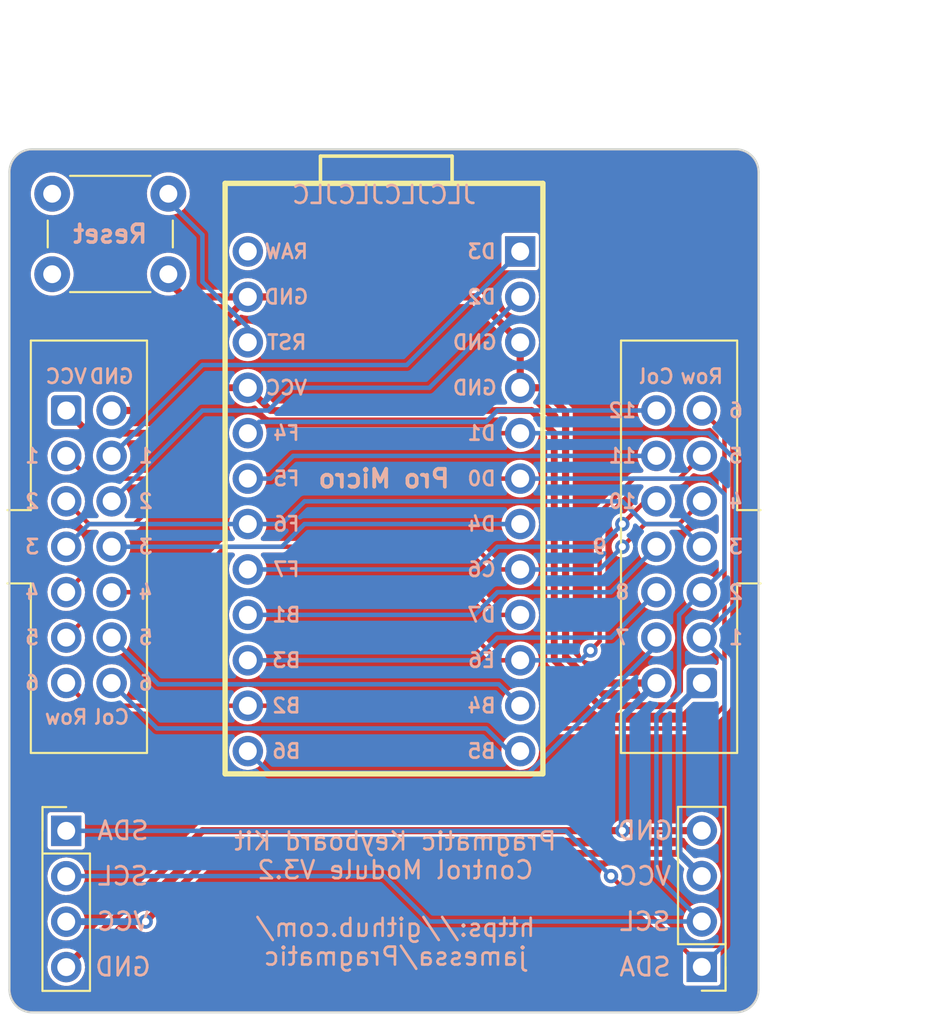
<source format=kicad_pcb>
(kicad_pcb (version 20211014) (generator pcbnew)
  (title_block (title "Pragmatic Kit - Control Module") (date "2022-06-18") (rev "V3.2") (company "James Sa") (comment 1 "Reverse Pro Micro"))
  (layers (0 "F.Cu" signal) (31 "B.Cu" signal) (34 "B.Paste" user) (35 "F.Paste" user) (36 "B.SilkS" user "B.Silkscreen") (37 "F.SilkS" user "F.Silkscreen") (38 "B.Mask" user) (39 "F.Mask" user) (44 "Edge.Cuts" user))
  (net 0 "")
  (net 1 "Row1")
  (net 2 "Col1")
  (net 3 "VCC")
  (net 4 "Col9")
  (net 5 "Col8")
  (net 6 "Col7")
  (net 7 "Row3")
  (net 8 "Row5")
  (net 9 "Row6")
  (net 10 "Row4")
  (net 11 "Col6")
  (net 12 "Col5")
  (net 13 "Col4")
  (net 14 "Col3")
  (net 15 "Col2")
  (net 16 "Row2")
  (net 17 "Reset")
  (net 18 "Col12")
  (net 19 "Col11")
  (net 20 "Col10")
  (net 21 "GND")
  (footprint "Connector_IDC:IDC-Header_2x07_P2.54mm_Vertical" (layer "F.Cu") (at 121.92 62.23)
    (fp_text reference "J1")
    (fp_text value "L" hide)
  )
  (footprint "Connector_IDC:IDC-Header_2x07_P2.54mm_Vertical" (layer "F.Cu") (at 157.48 77.47 180)
    (fp_text reference "J2")
    (fp_text value "R" hide)
  )
  (footprint "Button_Switch_THT:SW_PUSH_6mm" (layer "F.Cu") (at 121.135 50.11)
    (fp_text reference "SW1" hide)
    (fp_text value "SW_Push")
  )
  (footprint "keyboards:OSHW-Logo2_7.3x6mm_Copper" (layer "F.Cu") (at 154.94 52.07)
    (fp_text reference "Logo1" hide)
    (fp_text value "OSHW-Logo2_7.3x6mm_Copper" hide)
  )
  (footprint "Keyboard_JSA:JLC Legend" (layer "F.Cu") (at 139.7 46.99)
    (fp_text reference "L1" hide)
    (fp_text value "JLC Legend" hide)
  )
  (footprint "Keyboard_JSA:SSD1306_OLED-0.91-128x32" (layer "F.Cu") (at 121.92 85.735)
    (fp_text reference "J3" hide)
    (fp_text value "OLED")
  )
  (footprint "Keyboard_JSA:SSD1306_OLED-0.91-128x32" (layer "F.Cu") (at 157.48 93.345 180)
    (fp_text reference "J4" hide)
    (fp_text value "OLED")
  )
  (footprint "Keyboard_JSA:ProMicro Reversed" (layer "B.Cu") (at 139.7 66.04 180)
    (fp_text reference "U1" hide)
    (fp_text value "ProMicro" hide)
  )
  (gr_line (start 159.385 95.885) (end 120.015 95.885) (layer "Edge.Cuts") (width 0.12))
  (gr_line (start 118.745 94.615) (end 118.745 48.895) (layer "Edge.Cuts") (width 0.12))
  (gr_arc (start 159.385 47.625) (mid 160.283026 47.996974) (end 160.655 48.895) (layer "Edge.Cuts") (width 0.12))
  (gr_arc (start 120.015 95.885) (mid 119.116974 95.513026) (end 118.745 94.615) (layer "Edge.Cuts") (width 0.12))
  (gr_arc (start 160.655 94.615) (mid 160.283026 95.513026) (end 159.385 95.885) (layer "Edge.Cuts") (width 0.12))
  (gr_arc (start 118.745 48.895) (mid 119.116974 47.996974) (end 120.015 47.625) (layer "Edge.Cuts") (width 0.12))
  (gr_line (start 120.015 47.625) (end 159.385 47.625) (layer "Edge.Cuts") (width 0.12))
  (gr_line (start 160.655 48.895) (end 160.655 94.615) (layer "Edge.Cuts") (width 0.12))
  (gr_text "10" (at 153.035 67.31) (layer "B.SilkS") (effects (font (size 0.8 0.8)) (justify mirror)))
  (gr_text "6" (at 126.365 77.47) (layer "B.SilkS") (effects (font (size 0.8 0.8)) (justify mirror)))
  (gr_text "4" (at 120.015 72.39) (layer "B.SilkS") (effects (font (size 0.8 0.8)) (justify mirror)))
  (gr_text "Col" (at 154.94 60.325) (layer "B.SilkS") (effects (font (size 0.8 0.8)) (justify mirror)))
  (gr_text "1" (at 159.385 74.93) (layer "B.SilkS") (effects (font (size 0.8 0.8)) (justify mirror)))
  (gr_text "3" (at 120.015 69.85) (layer "B.SilkS") (effects (font (size 0.8 0.8)) (justify mirror)))
  (gr_text "GND" (at 154.305 85.725) (layer "B.SilkS") (effects (font (size 1.016 1.016) (thickness 0.1524)) (justify mirror)))
  (gr_text "GND" (at 124.46 60.325) (layer "B.SilkS") (effects (font (size 0.8 0.8)) (justify mirror)))
  (gr_text "SDA" (at 125.095 85.725) (layer "B.SilkS") (effects (font (size 1.016 1.016) (thickness 0.1524)) (justify mirror)))
  (gr_text "VCC" (at 125.095 90.805) (layer "B.SilkS") (effects (font (size 1.016 1.016) (thickness 0.1524)) (justify mirror)))
  (gr_text "6" (at 159.385 62.23) (layer "B.SilkS") (effects (font (size 0.8 0.8)) (justify mirror)))
  (gr_text "12" (at 153.035 62.23) (layer "B.SilkS") (effects (font (size 0.8 0.8)) (justify mirror)))
  (gr_text "Row" (at 157.48 60.325) (layer "B.SilkS") (effects (font (size 0.8 0.8)) (justify mirror)))
  (gr_text "5" (at 159.385 64.77) (layer "B.SilkS") (effects (font (size 0.8 0.8)) (justify mirror)))
  (gr_text "3" (at 159.385 69.85) (layer "B.SilkS") (effects (font (size 0.8 0.8)) (justify mirror)))
  (gr_text "2" (at 120.015 67.31) (layer "B.SilkS") (effects (font (size 0.8 0.8)) (justify mirror)))
  (gr_text "SCL" (at 125.095 88.265) (layer "B.SilkS") (effects (font (size 1.016 1.016) (thickness 0.1524)) (justify mirror)))
  (gr_text "VCC" (at 121.92 60.325) (layer "B.SilkS") (effects (font (size 0.8 0.8)) (justify mirror)))
  (gr_text "8" (at 153.035 72.39) (layer "B.SilkS") (effects (font (size 0.8 0.8)) (justify mirror)))
  (gr_text "SCL" (at 154.305 90.805) (layer "B.SilkS") (effects (font (size 1.016 1.016) (thickness 0.1524)) (justify mirror)))
  (gr_text "5" (at 120.015 74.93) (layer "B.SilkS") (effects (font (size 0.8 0.8)) (justify mirror)))
  (gr_text "5" (at 126.365 74.93) (layer "B.SilkS") (effects (font (size 0.8 0.8)) (justify mirror)))
  (gr_text "11" (at 153.035 64.77) (layer "B.SilkS") (effects (font (size 0.8 0.8)) (justify mirror)))
  (gr_text "VCC" (at 154.305 88.265) (layer "B.SilkS") (effects (font (size 1.016 1.016) (thickness 0.1524)) (justify mirror)))
  (gr_text "2" (at 126.365 67.31) (layer "B.SilkS") (effects (font (size 0.8 0.8)) (justify mirror)))
  (gr_text "9" (at 151.765 69.85) (layer "B.SilkS") (effects (font (size 0.8 0.8)) (justify mirror)))
  (gr_text "3" (at 126.365 69.85) (layer "B.SilkS") (effects (font (size 0.8 0.8)) (justify mirror)))
  (gr_text "6" (at 120.015 77.47) (layer "B.SilkS") (effects (font (size 0.8 0.8)) (justify mirror)))
  (gr_text "Pragmatic Keyboard Kit\nControl Module V3.2\n\nhttps://github.com/\njamessa/Pragmatic" (at 140.335 89.535) (layer "B.SilkS") (effects (font (size 1 1)) (justify mirror)))
  (gr_text "GND" (at 125.095 93.345) (layer "B.SilkS") (effects (font (size 1.016 1.016) (thickness 0.1524)) (justify mirror)))
  (gr_text "1" (at 120.015 64.77) (layer "B.SilkS") (effects (font (size 0.8 0.8)) (justify mirror)))
  (gr_text "2" (at 159.385 72.39) (layer "B.SilkS") (effects (font (size 0.8 0.8)) (justify mirror)))
  (gr_text "1" (at 126.365 64.77) (layer "B.SilkS") (effects (font (size 0.8 0.8)) (justify mirror)))
  (gr_text "4" (at 126.365 72.39) (layer "B.SilkS") (effects (font (size 0.8 0.8)) (justify mirror)))
  (gr_text "4" (at 159.385 67.31) (layer "B.SilkS") (effects (font (size 0.8 0.8)) (justify mirror)))
  (gr_text "SDA" (at 154.305 93.345) (layer "B.SilkS") (effects (font (size 1.016 1.016) (thickness 0.1524)) (justify mirror)))
  (gr_text "Col" (at 124.46 79.375) (layer "B.SilkS") (effects (font (size 0.8 0.8)) (justify mirror)))
  (gr_text "7" (at 153.035 74.93) (layer "B.SilkS") (effects (font (size 0.8 0.8)) (justify mirror)))
  (gr_text "Row" (at 121.92 79.375) (layer "B.SilkS") (effects (font (size 0.8 0.8)) (justify mirror)))
  (segment (start 123.19 66.04) (end 121.92 64.77) (width 0.25) (layer "F.Cu") (net 1))
  (segment (start 157.48 93.345) (end 152.4 88.265) (width 0.25) (layer "F.Cu") (net 1))
  (segment (start 133.35 64.77) (end 128.27 64.77) (width 0.25) (layer "F.Cu") (net 1))
  (segment (start 128.27 64.77) (end 127 66.04) (width 0.25) (layer "F.Cu") (net 1))
  (segment (start 147.32 63.5) (end 134.62 63.5) (width 0.25) (layer "F.Cu") (net 1))
  (segment (start 127 66.04) (end 123.19 66.04) (width 0.25) (layer "F.Cu") (net 1))
  (segment (start 134.62 63.5) (end 133.35 64.77) (width 0.25) (layer "F.Cu") (net 1))
  (via (at 152.4 88.265) (size 0.8) (drill 0.4) (layers "F.Cu" "B.Cu") (net 1))
  (segment (start 147.32 63.5) (end 157.87101 63.5) (width 0.25) (layer "B.Cu") (net 1))
  (segment (start 158.75 76.2) (end 158.75 92.075) (width 0.25) (layer "B.Cu") (net 1))
  (segment (start 158.75 92.075) (end 157.48 93.345) (width 0.25) (layer "B.Cu") (net 1))
  (segment (start 159.385 73.025) (end 157.48 74.93) (width 0.25) (layer "B.Cu") (net 1))
  (segment (start 121.92 85.735) (end 149.87 85.735) (width 0.25) (layer "B.Cu") (net 1))
  (segment (start 157.87101 63.5) (end 159.385 65.01399) (width 0.25) (layer "B.Cu") (net 1))
  (segment (start 157.48 74.93) (end 158.75 76.2) (width 0.25) (layer "B.Cu") (net 1))
  (segment (start 159.385 65.01399) (end 159.385 73.025) (width 0.25) (layer "B.Cu") (net 1))
  (segment (start 149.87 85.735) (end 152.4 88.265) (width 0.25) (layer "B.Cu") (net 1))
  (segment (start 140.97 59.69) (end 129.54 59.69) (width 0.25) (layer "B.Cu") (net 2))
  (segment (start 147.32 53.34) (end 140.97 59.69) (width 0.25) (layer "B.Cu") (net 2))
  (segment (start 129.54 59.69) (end 124.46 64.77) (width 0.25) (layer "B.Cu") (net 2))
  (segment (start 123.19 63.5) (end 127 63.5) (width 0.381) (layer "F.Cu") (net 3))
  (segment (start 151.765 78.74) (end 156.21 78.74) (width 0.381) (layer "F.Cu") (net 3))
  (segment (start 149.225 76.2) (end 151.765 78.74) (width 0.381) (layer "F.Cu") (net 3))
  (segment (start 133.35 62.23) (end 147.955 62.23) (width 0.381) (layer "F.Cu") (net 3))
  (segment (start 132.08 60.96) (end 133.35 62.23) (width 0.381) (layer "F.Cu") (net 3))
  (segment (start 129.54 60.96) (end 132.08 60.96) (width 0.381) (layer "F.Cu") (net 3))
  (segment (start 157.48 88.265) (end 156.21 86.995) (width 0.381) (layer "F.Cu") (net 3))
  (segment (start 130.175 86.995) (end 126.365 90.805) (width 0.381) (layer "F.Cu") (net 3))
  (segment (start 127 63.5) (end 129.54 60.96) (width 0.381) (layer "F.Cu") (net 3))
  (segment (start 156.21 78.74) (end 157.48 77.47) (width 0.381) (layer "F.Cu") (net 3))
  (segment (start 149.225 63.5) (end 149.225 76.2) (width 0.381) (layer "F.Cu") (net 3))
  (segment (start 121.92 62.23) (end 123.19 63.5) (width 0.381) (layer "F.Cu") (net 3))
  (segment (start 147.955 62.23) (end 149.225 63.5) (width 0.381) (layer "F.Cu") (net 3))
  (segment (start 156.21 86.995) (end 130.175 86.995) (width 0.381) (layer "F.Cu") (net 3))
  (via (at 126.365 90.805) (size 0.8) (drill 0.4) (layers "F.Cu" "B.Cu") (net 3))
  (segment (start 121.92 90.815) (end 126.355 90.815) (width 0.381) (layer "B.Cu") (net 3))
  (segment (start 157.48 77.47) (end 156.21 78.74) (width 0.381) (layer "B.Cu") (net 3))
  (segment (start 156.21 86.995) (end 157.48 88.265) (width 0.381) (layer "B.Cu") (net 3))
  (segment (start 126.355 90.815) (end 126.365 90.805) (width 0.381) (layer "B.Cu") (net 3))
  (segment (start 156.21 78.74) (end 156.21 86.995) (width 0.381) (layer "B.Cu") (net 3))
  (segment (start 144.78 73.66) (end 132.08 73.66) (width 0.25) (layer "B.Cu") (net 4))
  (segment (start 146.05 72.39) (end 144.78 73.66) (width 0.25) (layer "B.Cu") (net 4))
  (segment (start 152.4 72.39) (end 146.05 72.39) (width 0.25) (layer "B.Cu") (net 4))
  (segment (start 154.94 69.85) (end 152.4 72.39) (width 0.25) (layer "B.Cu") (net 4))
  (segment (start 144.78 76.2) (end 146.05 74.93) (width 0.25) (layer "B.Cu") (net 5))
  (segment (start 132.08 76.2) (end 144.78 76.2) (width 0.25) (layer "B.Cu") (net 5))
  (segment (start 152.4 74.93) (end 154.94 72.39) (width 0.25) (layer "B.Cu") (net 5))
  (segment (start 146.05 74.93) (end 152.4 74.93) (width 0.25) (layer "B.Cu") (net 5))
  (segment (start 133.280811 82.480811) (end 147.817393 82.480811) (width 0.25) (layer "B.Cu") (net 6))
  (segment (start 154.94 75.358204) (end 154.94 74.93) (width 0.25) (layer "B.Cu") (net 6))
  (segment (start 132.08 81.28) (end 133.280811 82.480811) (width 0.25) (layer "B.Cu") (net 6))
  (segment (start 147.817393 82.480811) (end 154.94 75.358204) (width 0.25) (layer "B.Cu") (net 6))
  (segment (start 132.08 68.58) (end 123.19 68.58) (width 0.25) (layer "B.Cu") (net 7))
  (segment (start 156.21 68.58) (end 157.48 69.85) (width 0.25) (layer "B.Cu") (net 7))
  (segment (start 154.305 68.58) (end 156.21 68.58) (width 0.25) (layer "B.Cu") (net 7))
  (segment (start 133.985 68.58) (end 135.255 67.31) (width 0.25) (layer "B.Cu") (net 7))
  (segment (start 123.19 68.58) (end 121.92 69.85) (width 0.25) (layer "B.Cu") (net 7))
  (segment (start 153.035 67.31) (end 154.305 68.58) (width 0.25) (layer "B.Cu") (net 7))
  (segment (start 132.08 68.58) (end 133.985 68.58) (width 0.25) (layer "B.Cu") (net 7))
  (segment (start 135.255 67.31) (end 153.035 67.31) (width 0.25) (layer "B.Cu") (net 7))
  (segment (start 153.67 66.04) (end 151.765 67.945) (width 0.25) (layer "F.Cu") (net 8))
  (segment (start 146.05 76.2) (end 144.78 74.93) (width 0.25) (layer "F.Cu") (net 8))
  (segment (start 125.827753 73.66) (end 123.19 73.66) (width 0.25) (layer "F.Cu") (net 8))
  (segment (start 157.48 64.77) (end 156.21 66.04) (width 0.25) (layer "F.Cu") (net 8))
  (segment (start 151.765 67.945) (end 151.765 75.139011) (width 0.25) (layer "F.Cu") (net 8))
  (segment (start 147.32 76.2) (end 146.05 76.2) (width 0.25) (layer "F.Cu") (net 8))
  (segment (start 156.21 66.04) (end 153.67 66.04) (width 0.25) (layer "F.Cu") (net 8))
  (segment (start 151.765 75.139011) (end 151.249511 75.6545) (width 0.25) (layer "F.Cu") (net 8))
  (segment (start 127.097753 74.93) (end 125.827753 73.66) (width 0.25) (layer "F.Cu") (net 8))
  (segment (start 123.19 73.66) (end 121.92 74.93) (width 0.25) (layer "F.Cu") (net 8))
  (segment (start 144.78 74.93) (end 127.097753 74.93) (width 0.25) (layer "F.Cu") (net 8))
  (via (at 151.249511 75.6545) (size 0.8) (drill 0.4) (layers "F.Cu" "B.Cu") (net 8))
  (segment (start 147.32 76.2) (end 150.704011 76.2) (width 0.25) (layer "B.Cu") (net 8))
  (segment (start 150.704011 76.2) (end 151.249511 75.6545) (width 0.25) (layer "B.Cu") (net 8))
  (segment (start 157.48 80.01) (end 158.75 78.74) (width 0.25) (layer "F.Cu") (net 9))
  (segment (start 132.08 78.74) (end 145.415 78.74) (width 0.25) (layer "F.Cu") (net 9))
  (segment (start 146.685 80.01) (end 157.48 80.01) (width 0.25) (layer "F.Cu") (net 9))
  (segment (start 145.415 78.74) (end 146.685 80.01) (width 0.25) (layer "F.Cu") (net 9))
  (segment (start 158.75 78.74) (end 158.75 63.5) (width 0.25) (layer "F.Cu") (net 9))
  (segment (start 132.08 78.74) (end 123.19 78.74) (width 0.25) (layer "F.Cu") (net 9))
  (segment (start 158.75 63.5) (end 157.48 62.23) (width 0.25) (layer "F.Cu") (net 9))
  (segment (start 123.19 78.74) (end 121.92 77.47) (width 0.25) (layer "F.Cu") (net 9))
  (segment (start 156.21 68.58) (end 154.305 68.58) (width 0.25) (layer "F.Cu") (net 10))
  (segment (start 146.05 71.12) (end 144.78 69.85) (width 0.25) (layer "F.Cu") (net 10))
  (segment (start 154.305 68.58) (end 153.035 69.85) (width 0.25) (layer "F.Cu") (net 10))
  (segment (start 123.19 71.12) (end 121.92 72.39) (width 0.25) (layer "F.Cu") (net 10))
  (segment (start 144.78 69.85) (end 130.81 69.85) (width 0.25) (layer "F.Cu") (net 10))
  (segment (start 129.54 71.12) (end 123.19 71.12) (width 0.25) (layer "F.Cu") (net 10))
  (segment (start 130.81 69.85) (end 129.54 71.12) (width 0.25) (layer "F.Cu") (net 10))
  (segment (start 147.32 71.12) (end 146.05 71.12) (width 0.25) (layer "F.Cu") (net 10))
  (segment (start 157.48 67.31) (end 156.21 68.58) (width 0.25) (layer "F.Cu") (net 10))
  (via (at 153.035 69.85) (size 0.8) (drill 0.4) (layers "F.Cu" "B.Cu") (net 10))
  (segment (start 151.765 71.12) (end 153.035 69.85) (width 0.25) (layer "B.Cu") (net 10))
  (segment (start 147.32 71.12) (end 151.765 71.12) (width 0.25) (layer "B.Cu") (net 10))
  (segment (start 146.685 81.28) (end 145.415 80.01) (width 0.25) (layer "B.Cu") (net 11))
  (segment (start 145.415 80.01) (end 127 80.01) (width 0.25) (layer "B.Cu") (net 11))
  (segment (start 147.32 81.28) (end 146.685 81.28) (width 0.25) (layer "B.Cu") (net 11))
  (segment (start 127 80.01) (end 124.46 77.47) (width 0.25) (layer "B.Cu") (net 11))
  (segment (start 146.119189 77.539189) (end 127.069189 77.539189) (width 0.25) (layer "B.Cu") (net 12))
  (segment (start 147.32 78.74) (end 146.119189 77.539189) (width 0.25) (layer "B.Cu") (net 12))
  (segment (start 127.069189 77.539189) (end 124.46 74.93) (width 0.25) (layer "B.Cu") (net 12))
  (segment (start 147.32 73.66) (end 146.05 73.66) (width 0.25) (layer "F.Cu") (net 13))
  (segment (start 144.78 72.39) (end 124.46 72.39) (width 0.25) (layer "F.Cu") (net 13))
  (segment (start 146.05 73.66) (end 144.78 72.39) (width 0.25) (layer "F.Cu") (net 13))
  (segment (start 147.32 68.58) (end 135.255 68.58) (width 0.25) (layer "B.Cu") (net 14))
  (segment (start 135.255 68.58) (end 133.985 69.85) (width 0.25) (layer "B.Cu") (net 14))
  (segment (start 133.985 69.85) (end 124.46 69.85) (width 0.25) (layer "B.Cu") (net 14))
  (segment (start 142.24 60.96) (end 134.498005 60.96) (width 0.25) (layer "B.Cu") (net 15))
  (segment (start 147.32 55.88) (end 142.24 60.96) (width 0.25) (layer "B.Cu") (net 15))
  (segment (start 133.228005 62.23) (end 129.54 62.23) (width 0.25) (layer "B.Cu") (net 15))
  (segment (start 129.54 62.23) (end 124.46 67.31) (width 0.25) (layer "B.Cu") (net 15))
  (segment (start 134.498005 60.96) (end 133.228005 62.23) (width 0.25) (layer "B.Cu") (net 15))
  (segment (start 125.73 68.58) (end 127 67.31) (width 0.25) (layer "F.Cu") (net 16))
  (segment (start 127 67.31) (end 133.985 67.31) (width 0.25) (layer "F.Cu") (net 16))
  (segment (start 135.255 66.04) (end 147.32 66.04) (width 0.25) (layer "F.Cu") (net 16))
  (segment (start 133.985 67.31) (end 135.255 66.04) (width 0.25) (layer "F.Cu") (net 16))
  (segment (start 121.92 67.31) (end 123.19 68.58) (width 0.25) (layer "F.Cu") (net 16))
  (segment (start 123.19 68.58) (end 125.73 68.58) (width 0.25) (layer "F.Cu") (net 16))
  (segment (start 147.32 66.04) (end 157.87101 66.04) (width 0.25) (layer "B.Cu") (net 16))
  (segment (start 142.24 90.805) (end 157.48 90.805) (width 0.25) (layer "B.Cu") (net 16))
  (segment (start 158.75 66.91899) (end 158.75 71.12) (width 0.25) (layer "B.Cu") (net 16))
  (segment (start 157.48 72.39) (end 156.21 73.66) (width 0.25) (layer "B.Cu") (net 16))
  (segment (start 139.7 88.265) (end 142.24 90.805) (width 0.25) (layer "B.Cu") (net 16))
  (segment (start 158.75 71.12) (end 157.48 72.39) (width 0.25) (layer "B.Cu") (net 16))
  (segment (start 156.21 78.011664) (end 154.94 79.281664) (width 0.25) (layer "B.Cu") (net 16))
  (segment (start 156.21 73.66) (end 156.21 78.011664) (width 0.25) (layer "B.Cu") (net 16))
  (segment (start 154.94 79.281664) (end 154.94 88.265) (width 0.25) (layer "B.Cu") (net 16))
  (segment (start 157.87101 66.04) (end 158.75 66.91899) (width 0.25) (layer "B.Cu") (net 16))
  (segment (start 121.92 88.275) (end 121.93 88.265) (width 0.25) (layer "B.Cu") (net 16))
  (segment (start 121.93 88.265) (end 139.7 88.265) (width 0.25) (layer "B.Cu") (net 16))
  (segment (start 154.94 88.265) (end 157.48 90.805) (width 0.25) (layer "B.Cu") (net 16))
  (segment (start 132.08 57.578857) (end 129.54 55.038857) (width 0.25) (layer "B.Cu") (net 17))
  (segment (start 129.54 52.412) (end 127.3798 50.2518) (width 0.25) (layer "B.Cu") (net 17))
  (segment (start 132.08 58.42) (end 132.08 57.578857) (width 0.25) (layer "B.Cu") (net 17))
  (segment (start 129.54 55.038857) (end 129.54 52.412) (width 0.25) (layer "B.Cu") (net 17))
  (segment (start 132.715 62.865) (end 145.415 62.865) (width 0.25) (layer "B.Cu") (net 18))
  (segment (start 146.05 62.23) (end 154.94 62.23) (width 0.25) (layer "B.Cu") (net 18))
  (segment (start 145.415 62.865) (end 146.05 62.23) (width 0.25) (layer "B.Cu") (net 18))
  (segment (start 132.08 63.5) (end 132.715 62.865) (width 0.25) (layer "B.Cu") (net 18))
  (segment (start 133.35 66.04) (end 134.62 64.77) (width 0.25) (layer "B.Cu") (net 19))
  (segment (start 132.08 66.04) (end 133.35 66.04) (width 0.25) (layer "B.Cu") (net 19))
  (segment (start 134.62 64.77) (end 154.94 64.77) (width 0.25) (layer "B.Cu") (net 19))
  (segment (start 154.94 67.31) (end 154.305 67.31) (width 0.25) (layer "F.Cu") (net 20))
  (segment (start 154.305 67.31) (end 153.035 68.58) (width 0.25) (layer "F.Cu") (net 20))
  (via (at 153.035 68.58) (size 0.8) (drill 0.4) (layers "F.Cu" "B.Cu") (net 20))
  (segment (start 146.05 69.85) (end 151.765 69.85) (width 0.25) (layer "B.Cu") (net 20))
  (segment (start 132.08 71.12) (end 144.78 71.12) (width 0.25) (layer "B.Cu") (net 20))
  (segment (start 144.78 71.12) (end 146.05 69.85) (width 0.25) (layer "B.Cu") (net 20))
  (segment (start 151.765 69.85) (end 153.035 68.58) (width 0.25) (layer "B.Cu") (net 20))
  (segment (start 147.32 60.96) (end 148.522081 60.96) (width 0.4) (layer "F.Cu") (net 21))
  (segment (start 128.508 55.88) (end 132.08 55.88) (width 0.4) (layer "F.Cu") (net 21))
  (segment (start 148.522081 60.96) (end 149.86 62.297919) (width 0.4) (layer "F.Cu") (net 21))
  (segment (start 127.3798 54.7518) (end 128.508 55.88) (width 0.4) (layer "F.Cu") (net 21))
  (segment (start 147.32 58.42) (end 147.32 60.96) (width 0.4) (layer "F.Cu") (net 21))
  (segment (start 149.86 76.000598) (end 151.329402 77.47) (width 0.4) (layer "F.Cu") (net 21))
  (segment (start 121.92 93.355) (end 129.55 85.725) (width 0.4) (layer "F.Cu") (net 21))
  (segment (start 132.08 55.88) (end 144.78 55.88) (width 0.4) (layer "F.Cu") (net 21))
  (segment (start 157.48 85.725) (end 153.035 85.725) (width 0.4) (layer "F.Cu") (net 21))
  (segment (start 144.78 55.88) (end 147.32 58.42) (width 0.4) (layer "F.Cu") (net 21))
  (segment (start 124.46 62.23) (end 125.73 62.23) (width 0.4) (layer "F.Cu") (net 21))
  (segment (start 149.86 62.297919) (end 149.86 76.000598) (width 0.4) (layer "F.Cu") (net 21))
  (segment (start 129.55 85.725) (end 153.035 85.725) (width 0.4) (layer "F.Cu") (net 21))
  (segment (start 125.73 62.23) (end 132.08 55.88) (width 0.4) (layer "F.Cu") (net 21))
  (segment (start 151.329402 77.47) (end 154.94 77.47) (width 0.4) (layer "F.Cu") (net 21))
  (via (at 153.035 85.725) (size 0.8) (drill 0.4) (layers "F.Cu" "B.Cu") (net 21))
  (segment (start 154.94 77.47) (end 153.035 79.375) (width 0.4) (layer "B.Cu") (net 21))
  (segment (start 153.035 79.375) (end 153.035 85.725) (width 0.4) (layer "B.Cu") (net 21))
  (zone (net 0) (net_name "") (layers F&B.Cu) (connect_pads (clearance 0)) (min_thickness 0.254) (fill yes (thermal_gap 0.508) (thermal_bridge_width 0.508))
    (polygon (pts (xy 160.655 95.885) (xy 118.745 95.885) (xy 118.745 47.625) (xy 160.655 47.625)))
  )
)
</source>
